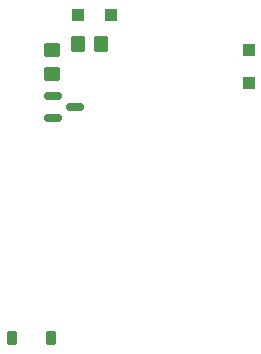
<source format=gbr>
%TF.GenerationSoftware,KiCad,Pcbnew,7.0.1*%
%TF.CreationDate,2023-07-05T17:42:56-06:00*%
%TF.ProjectId,Discharge_Switch,44697363-6861-4726-9765-5f5377697463,1*%
%TF.SameCoordinates,Original*%
%TF.FileFunction,Paste,Top*%
%TF.FilePolarity,Positive*%
%FSLAX46Y46*%
G04 Gerber Fmt 4.6, Leading zero omitted, Abs format (unit mm)*
G04 Created by KiCad (PCBNEW 7.0.1) date 2023-07-05 17:42:56*
%MOMM*%
%LPD*%
G01*
G04 APERTURE LIST*
G04 Aperture macros list*
%AMRoundRect*
0 Rectangle with rounded corners*
0 $1 Rounding radius*
0 $2 $3 $4 $5 $6 $7 $8 $9 X,Y pos of 4 corners*
0 Add a 4 corners polygon primitive as box body*
4,1,4,$2,$3,$4,$5,$6,$7,$8,$9,$2,$3,0*
0 Add four circle primitives for the rounded corners*
1,1,$1+$1,$2,$3*
1,1,$1+$1,$4,$5*
1,1,$1+$1,$6,$7*
1,1,$1+$1,$8,$9*
0 Add four rect primitives between the rounded corners*
20,1,$1+$1,$2,$3,$4,$5,0*
20,1,$1+$1,$4,$5,$6,$7,0*
20,1,$1+$1,$6,$7,$8,$9,0*
20,1,$1+$1,$8,$9,$2,$3,0*%
G04 Aperture macros list end*
%ADD10RoundRect,0.250000X-0.350000X-0.450000X0.350000X-0.450000X0.350000X0.450000X-0.350000X0.450000X0*%
%ADD11RoundRect,0.250000X-0.300000X-0.300000X0.300000X-0.300000X0.300000X0.300000X-0.300000X0.300000X0*%
%ADD12RoundRect,0.225000X0.225000X0.375000X-0.225000X0.375000X-0.225000X-0.375000X0.225000X-0.375000X0*%
%ADD13RoundRect,0.250000X0.300000X-0.300000X0.300000X0.300000X-0.300000X0.300000X-0.300000X-0.300000X0*%
%ADD14RoundRect,0.150000X-0.587500X-0.150000X0.587500X-0.150000X0.587500X0.150000X-0.587500X0.150000X0*%
%ADD15RoundRect,0.250000X-0.450000X0.350000X-0.450000X-0.350000X0.450000X-0.350000X0.450000X0.350000X0*%
G04 APERTURE END LIST*
D10*
%TO.C,R1*%
X139502944Y-84002944D03*
X141502944Y-84002944D03*
%TD*%
D11*
%TO.C,D3*%
X139502944Y-81502944D03*
X142302944Y-81502944D03*
%TD*%
D12*
%TO.C,D1*%
X137202944Y-108902944D03*
X133902944Y-108902944D03*
%TD*%
D13*
%TO.C,D2*%
X154002944Y-87302944D03*
X154002944Y-84502944D03*
%TD*%
D14*
%TO.C,Q1*%
X137427944Y-88352944D03*
X137427944Y-90252944D03*
X139302944Y-89302944D03*
%TD*%
D15*
%TO.C,R2*%
X137302944Y-84502944D03*
X137302944Y-86502944D03*
%TD*%
M02*

</source>
